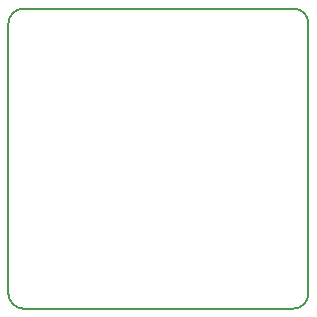
<source format=gbr>
G04 #@! TF.FileFunction,Profile,NP*
%FSLAX46Y46*%
G04 Gerber Fmt 4.6, Leading zero omitted, Abs format (unit mm)*
G04 Created by KiCad (PCBNEW (2015-08-01 BZR 6032, Git 6a6a55f)-product) date 23-Aug-15 5:30:30 PM*
%MOMM*%
G01*
G04 APERTURE LIST*
%ADD10C,0.100000*%
%ADD11C,0.150000*%
G04 APERTURE END LIST*
D10*
D11*
X116840000Y-105410000D02*
G75*
G03X118110000Y-104140000I0J1270000D01*
G01*
X92710000Y-104140000D02*
G75*
G03X93980000Y-105410000I1270000J0D01*
G01*
X93980000Y-80010000D02*
G75*
G03X92710000Y-81280000I0J-1270000D01*
G01*
X118110000Y-81280000D02*
G75*
G03X116840000Y-80010000I-1270000J0D01*
G01*
X116840000Y-80010000D02*
X93980000Y-80010000D01*
X118110000Y-104140000D02*
X118110000Y-81280000D01*
X93980000Y-105410000D02*
X116840000Y-105410000D01*
X92710000Y-81280000D02*
X92710000Y-104140000D01*
M02*

</source>
